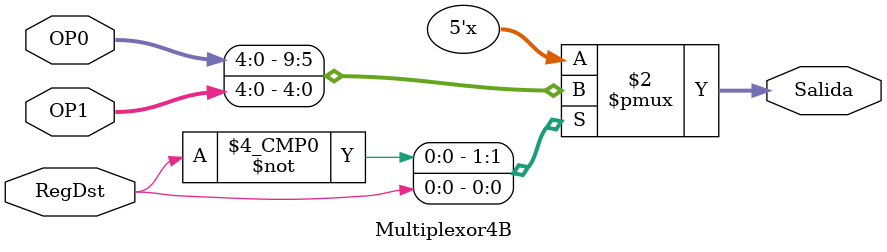
<source format=v>
`timescale 1ns/1ns

module Multiplexor4B(
	input [4:0]OP0,
	input [4:0]OP1,
	input RegDst,
	output reg[4:0]Salida
);

always@*
begin
  case(RegDst)
	1'b0:
	begin
	  Salida <= OP0;
	end

	1'b1:
	begin
	  Salida <= OP1;
	end	
  endcase
end
endmodule

</source>
